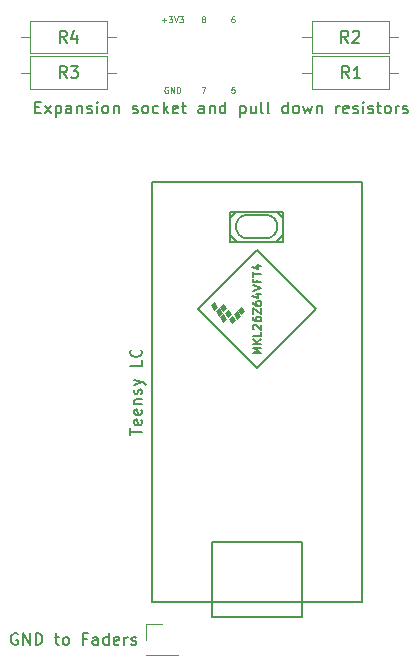
<source format=gto>
G04 #@! TF.GenerationSoftware,KiCad,Pcbnew,(5.1.5)-3*
G04 #@! TF.CreationDate,2021-02-08T23:57:45+00:00*
G04 #@! TF.ProjectId,faderbox,66616465-7262-46f7-982e-6b696361645f,rev?*
G04 #@! TF.SameCoordinates,Original*
G04 #@! TF.FileFunction,Legend,Top*
G04 #@! TF.FilePolarity,Positive*
%FSLAX46Y46*%
G04 Gerber Fmt 4.6, Leading zero omitted, Abs format (unit mm)*
G04 Created by KiCad (PCBNEW (5.1.5)-3) date 2021-02-08 23:57:45*
%MOMM*%
%LPD*%
G04 APERTURE LIST*
%ADD10C,0.125000*%
%ADD11C,0.150000*%
%ADD12C,0.120000*%
%ADD13C,0.100000*%
G04 APERTURE END LIST*
D10*
X75119047Y-33226190D02*
X74880952Y-33226190D01*
X74857142Y-33464285D01*
X74880952Y-33440476D01*
X74928571Y-33416666D01*
X75047619Y-33416666D01*
X75095238Y-33440476D01*
X75119047Y-33464285D01*
X75142857Y-33511904D01*
X75142857Y-33630952D01*
X75119047Y-33678571D01*
X75095238Y-33702380D01*
X75047619Y-33726190D01*
X74928571Y-33726190D01*
X74880952Y-33702380D01*
X74857142Y-33678571D01*
X72333333Y-33226190D02*
X72666666Y-33226190D01*
X72452380Y-33726190D01*
X69469047Y-33250000D02*
X69421428Y-33226190D01*
X69350000Y-33226190D01*
X69278571Y-33250000D01*
X69230952Y-33297619D01*
X69207142Y-33345238D01*
X69183333Y-33440476D01*
X69183333Y-33511904D01*
X69207142Y-33607142D01*
X69230952Y-33654761D01*
X69278571Y-33702380D01*
X69350000Y-33726190D01*
X69397619Y-33726190D01*
X69469047Y-33702380D01*
X69492857Y-33678571D01*
X69492857Y-33511904D01*
X69397619Y-33511904D01*
X69707142Y-33726190D02*
X69707142Y-33226190D01*
X69992857Y-33726190D01*
X69992857Y-33226190D01*
X70230952Y-33726190D02*
X70230952Y-33226190D01*
X70350000Y-33226190D01*
X70421428Y-33250000D01*
X70469047Y-33297619D01*
X70492857Y-33345238D01*
X70516666Y-33440476D01*
X70516666Y-33511904D01*
X70492857Y-33607142D01*
X70469047Y-33654761D01*
X70421428Y-33702380D01*
X70350000Y-33726190D01*
X70230952Y-33726190D01*
X75095238Y-27226190D02*
X75000000Y-27226190D01*
X74952380Y-27250000D01*
X74928571Y-27273809D01*
X74880952Y-27345238D01*
X74857142Y-27440476D01*
X74857142Y-27630952D01*
X74880952Y-27678571D01*
X74904761Y-27702380D01*
X74952380Y-27726190D01*
X75047619Y-27726190D01*
X75095238Y-27702380D01*
X75119047Y-27678571D01*
X75142857Y-27630952D01*
X75142857Y-27511904D01*
X75119047Y-27464285D01*
X75095238Y-27440476D01*
X75047619Y-27416666D01*
X74952380Y-27416666D01*
X74904761Y-27440476D01*
X74880952Y-27464285D01*
X74857142Y-27511904D01*
X72452380Y-27440476D02*
X72404761Y-27416666D01*
X72380952Y-27392857D01*
X72357142Y-27345238D01*
X72357142Y-27321428D01*
X72380952Y-27273809D01*
X72404761Y-27250000D01*
X72452380Y-27226190D01*
X72547619Y-27226190D01*
X72595238Y-27250000D01*
X72619047Y-27273809D01*
X72642857Y-27321428D01*
X72642857Y-27345238D01*
X72619047Y-27392857D01*
X72595238Y-27416666D01*
X72547619Y-27440476D01*
X72452380Y-27440476D01*
X72404761Y-27464285D01*
X72380952Y-27488095D01*
X72357142Y-27535714D01*
X72357142Y-27630952D01*
X72380952Y-27678571D01*
X72404761Y-27702380D01*
X72452380Y-27726190D01*
X72547619Y-27726190D01*
X72595238Y-27702380D01*
X72619047Y-27678571D01*
X72642857Y-27630952D01*
X72642857Y-27535714D01*
X72619047Y-27488095D01*
X72595238Y-27464285D01*
X72547619Y-27440476D01*
X68969047Y-27535714D02*
X69350000Y-27535714D01*
X69159523Y-27726190D02*
X69159523Y-27345238D01*
X69540476Y-27226190D02*
X69850000Y-27226190D01*
X69683333Y-27416666D01*
X69754761Y-27416666D01*
X69802380Y-27440476D01*
X69826190Y-27464285D01*
X69850000Y-27511904D01*
X69850000Y-27630952D01*
X69826190Y-27678571D01*
X69802380Y-27702380D01*
X69754761Y-27726190D01*
X69611904Y-27726190D01*
X69564285Y-27702380D01*
X69540476Y-27678571D01*
X69992857Y-27226190D02*
X70159523Y-27726190D01*
X70326190Y-27226190D01*
X70445238Y-27226190D02*
X70754761Y-27226190D01*
X70588095Y-27416666D01*
X70659523Y-27416666D01*
X70707142Y-27440476D01*
X70730952Y-27464285D01*
X70754761Y-27511904D01*
X70754761Y-27630952D01*
X70730952Y-27678571D01*
X70707142Y-27702380D01*
X70659523Y-27726190D01*
X70516666Y-27726190D01*
X70469047Y-27702380D01*
X70445238Y-27678571D01*
D11*
X58261904Y-34928571D02*
X58595238Y-34928571D01*
X58738095Y-35452380D02*
X58261904Y-35452380D01*
X58261904Y-34452380D01*
X58738095Y-34452380D01*
X59071428Y-35452380D02*
X59595238Y-34785714D01*
X59071428Y-34785714D02*
X59595238Y-35452380D01*
X59976190Y-34785714D02*
X59976190Y-35785714D01*
X59976190Y-34833333D02*
X60071428Y-34785714D01*
X60261904Y-34785714D01*
X60357142Y-34833333D01*
X60404761Y-34880952D01*
X60452380Y-34976190D01*
X60452380Y-35261904D01*
X60404761Y-35357142D01*
X60357142Y-35404761D01*
X60261904Y-35452380D01*
X60071428Y-35452380D01*
X59976190Y-35404761D01*
X61309523Y-35452380D02*
X61309523Y-34928571D01*
X61261904Y-34833333D01*
X61166666Y-34785714D01*
X60976190Y-34785714D01*
X60880952Y-34833333D01*
X61309523Y-35404761D02*
X61214285Y-35452380D01*
X60976190Y-35452380D01*
X60880952Y-35404761D01*
X60833333Y-35309523D01*
X60833333Y-35214285D01*
X60880952Y-35119047D01*
X60976190Y-35071428D01*
X61214285Y-35071428D01*
X61309523Y-35023809D01*
X61785714Y-34785714D02*
X61785714Y-35452380D01*
X61785714Y-34880952D02*
X61833333Y-34833333D01*
X61928571Y-34785714D01*
X62071428Y-34785714D01*
X62166666Y-34833333D01*
X62214285Y-34928571D01*
X62214285Y-35452380D01*
X62642857Y-35404761D02*
X62738095Y-35452380D01*
X62928571Y-35452380D01*
X63023809Y-35404761D01*
X63071428Y-35309523D01*
X63071428Y-35261904D01*
X63023809Y-35166666D01*
X62928571Y-35119047D01*
X62785714Y-35119047D01*
X62690476Y-35071428D01*
X62642857Y-34976190D01*
X62642857Y-34928571D01*
X62690476Y-34833333D01*
X62785714Y-34785714D01*
X62928571Y-34785714D01*
X63023809Y-34833333D01*
X63499999Y-35452380D02*
X63499999Y-34785714D01*
X63499999Y-34452380D02*
X63452380Y-34500000D01*
X63499999Y-34547619D01*
X63547619Y-34500000D01*
X63499999Y-34452380D01*
X63499999Y-34547619D01*
X64119047Y-35452380D02*
X64023809Y-35404761D01*
X63976190Y-35357142D01*
X63928571Y-35261904D01*
X63928571Y-34976190D01*
X63976190Y-34880952D01*
X64023809Y-34833333D01*
X64119047Y-34785714D01*
X64261904Y-34785714D01*
X64357142Y-34833333D01*
X64404761Y-34880952D01*
X64452380Y-34976190D01*
X64452380Y-35261904D01*
X64404761Y-35357142D01*
X64357142Y-35404761D01*
X64261904Y-35452380D01*
X64119047Y-35452380D01*
X64880952Y-34785714D02*
X64880952Y-35452380D01*
X64880952Y-34880952D02*
X64928571Y-34833333D01*
X65023809Y-34785714D01*
X65166666Y-34785714D01*
X65261904Y-34833333D01*
X65309523Y-34928571D01*
X65309523Y-35452380D01*
X66499999Y-35404761D02*
X66595238Y-35452380D01*
X66785714Y-35452380D01*
X66880952Y-35404761D01*
X66928571Y-35309523D01*
X66928571Y-35261904D01*
X66880952Y-35166666D01*
X66785714Y-35119047D01*
X66642857Y-35119047D01*
X66547619Y-35071428D01*
X66499999Y-34976190D01*
X66499999Y-34928571D01*
X66547619Y-34833333D01*
X66642857Y-34785714D01*
X66785714Y-34785714D01*
X66880952Y-34833333D01*
X67499999Y-35452380D02*
X67404761Y-35404761D01*
X67357142Y-35357142D01*
X67309523Y-35261904D01*
X67309523Y-34976190D01*
X67357142Y-34880952D01*
X67404761Y-34833333D01*
X67499999Y-34785714D01*
X67642857Y-34785714D01*
X67738095Y-34833333D01*
X67785714Y-34880952D01*
X67833333Y-34976190D01*
X67833333Y-35261904D01*
X67785714Y-35357142D01*
X67738095Y-35404761D01*
X67642857Y-35452380D01*
X67499999Y-35452380D01*
X68690476Y-35404761D02*
X68595238Y-35452380D01*
X68404761Y-35452380D01*
X68309523Y-35404761D01*
X68261904Y-35357142D01*
X68214285Y-35261904D01*
X68214285Y-34976190D01*
X68261904Y-34880952D01*
X68309523Y-34833333D01*
X68404761Y-34785714D01*
X68595238Y-34785714D01*
X68690476Y-34833333D01*
X69119047Y-35452380D02*
X69119047Y-34452380D01*
X69214285Y-35071428D02*
X69499999Y-35452380D01*
X69499999Y-34785714D02*
X69119047Y-35166666D01*
X70309523Y-35404761D02*
X70214285Y-35452380D01*
X70023809Y-35452380D01*
X69928571Y-35404761D01*
X69880952Y-35309523D01*
X69880952Y-34928571D01*
X69928571Y-34833333D01*
X70023809Y-34785714D01*
X70214285Y-34785714D01*
X70309523Y-34833333D01*
X70357142Y-34928571D01*
X70357142Y-35023809D01*
X69880952Y-35119047D01*
X70642857Y-34785714D02*
X71023809Y-34785714D01*
X70785714Y-34452380D02*
X70785714Y-35309523D01*
X70833333Y-35404761D01*
X70928571Y-35452380D01*
X71023809Y-35452380D01*
X72547619Y-35452380D02*
X72547619Y-34928571D01*
X72499999Y-34833333D01*
X72404761Y-34785714D01*
X72214285Y-34785714D01*
X72119047Y-34833333D01*
X72547619Y-35404761D02*
X72452380Y-35452380D01*
X72214285Y-35452380D01*
X72119047Y-35404761D01*
X72071428Y-35309523D01*
X72071428Y-35214285D01*
X72119047Y-35119047D01*
X72214285Y-35071428D01*
X72452380Y-35071428D01*
X72547619Y-35023809D01*
X73023809Y-34785714D02*
X73023809Y-35452380D01*
X73023809Y-34880952D02*
X73071428Y-34833333D01*
X73166666Y-34785714D01*
X73309523Y-34785714D01*
X73404761Y-34833333D01*
X73452380Y-34928571D01*
X73452380Y-35452380D01*
X74357142Y-35452380D02*
X74357142Y-34452380D01*
X74357142Y-35404761D02*
X74261904Y-35452380D01*
X74071428Y-35452380D01*
X73976190Y-35404761D01*
X73928571Y-35357142D01*
X73880952Y-35261904D01*
X73880952Y-34976190D01*
X73928571Y-34880952D01*
X73976190Y-34833333D01*
X74071428Y-34785714D01*
X74261904Y-34785714D01*
X74357142Y-34833333D01*
X75595238Y-34785714D02*
X75595238Y-35785714D01*
X75595238Y-34833333D02*
X75690476Y-34785714D01*
X75880952Y-34785714D01*
X75976190Y-34833333D01*
X76023809Y-34880952D01*
X76071428Y-34976190D01*
X76071428Y-35261904D01*
X76023809Y-35357142D01*
X75976190Y-35404761D01*
X75880952Y-35452380D01*
X75690476Y-35452380D01*
X75595238Y-35404761D01*
X76928571Y-34785714D02*
X76928571Y-35452380D01*
X76499999Y-34785714D02*
X76499999Y-35309523D01*
X76547619Y-35404761D01*
X76642857Y-35452380D01*
X76785714Y-35452380D01*
X76880952Y-35404761D01*
X76928571Y-35357142D01*
X77547619Y-35452380D02*
X77452380Y-35404761D01*
X77404761Y-35309523D01*
X77404761Y-34452380D01*
X78071428Y-35452380D02*
X77976190Y-35404761D01*
X77928571Y-35309523D01*
X77928571Y-34452380D01*
X79642857Y-35452380D02*
X79642857Y-34452380D01*
X79642857Y-35404761D02*
X79547619Y-35452380D01*
X79357142Y-35452380D01*
X79261904Y-35404761D01*
X79214285Y-35357142D01*
X79166666Y-35261904D01*
X79166666Y-34976190D01*
X79214285Y-34880952D01*
X79261904Y-34833333D01*
X79357142Y-34785714D01*
X79547619Y-34785714D01*
X79642857Y-34833333D01*
X80261904Y-35452380D02*
X80166666Y-35404761D01*
X80119047Y-35357142D01*
X80071428Y-35261904D01*
X80071428Y-34976190D01*
X80119047Y-34880952D01*
X80166666Y-34833333D01*
X80261904Y-34785714D01*
X80404761Y-34785714D01*
X80499999Y-34833333D01*
X80547619Y-34880952D01*
X80595238Y-34976190D01*
X80595238Y-35261904D01*
X80547619Y-35357142D01*
X80499999Y-35404761D01*
X80404761Y-35452380D01*
X80261904Y-35452380D01*
X80928571Y-34785714D02*
X81119047Y-35452380D01*
X81309523Y-34976190D01*
X81499999Y-35452380D01*
X81690476Y-34785714D01*
X82071428Y-34785714D02*
X82071428Y-35452380D01*
X82071428Y-34880952D02*
X82119047Y-34833333D01*
X82214285Y-34785714D01*
X82357142Y-34785714D01*
X82452380Y-34833333D01*
X82499999Y-34928571D01*
X82499999Y-35452380D01*
X83738095Y-35452380D02*
X83738095Y-34785714D01*
X83738095Y-34976190D02*
X83785714Y-34880952D01*
X83833333Y-34833333D01*
X83928571Y-34785714D01*
X84023809Y-34785714D01*
X84738095Y-35404761D02*
X84642857Y-35452380D01*
X84452380Y-35452380D01*
X84357142Y-35404761D01*
X84309523Y-35309523D01*
X84309523Y-34928571D01*
X84357142Y-34833333D01*
X84452380Y-34785714D01*
X84642857Y-34785714D01*
X84738095Y-34833333D01*
X84785714Y-34928571D01*
X84785714Y-35023809D01*
X84309523Y-35119047D01*
X85166666Y-35404761D02*
X85261904Y-35452380D01*
X85452380Y-35452380D01*
X85547619Y-35404761D01*
X85595238Y-35309523D01*
X85595238Y-35261904D01*
X85547619Y-35166666D01*
X85452380Y-35119047D01*
X85309523Y-35119047D01*
X85214285Y-35071428D01*
X85166666Y-34976190D01*
X85166666Y-34928571D01*
X85214285Y-34833333D01*
X85309523Y-34785714D01*
X85452380Y-34785714D01*
X85547619Y-34833333D01*
X86023809Y-35452380D02*
X86023809Y-34785714D01*
X86023809Y-34452380D02*
X85976190Y-34500000D01*
X86023809Y-34547619D01*
X86071428Y-34500000D01*
X86023809Y-34452380D01*
X86023809Y-34547619D01*
X86452380Y-35404761D02*
X86547619Y-35452380D01*
X86738095Y-35452380D01*
X86833333Y-35404761D01*
X86880952Y-35309523D01*
X86880952Y-35261904D01*
X86833333Y-35166666D01*
X86738095Y-35119047D01*
X86595238Y-35119047D01*
X86499999Y-35071428D01*
X86452380Y-34976190D01*
X86452380Y-34928571D01*
X86499999Y-34833333D01*
X86595238Y-34785714D01*
X86738095Y-34785714D01*
X86833333Y-34833333D01*
X87166666Y-34785714D02*
X87547619Y-34785714D01*
X87309523Y-34452380D02*
X87309523Y-35309523D01*
X87357142Y-35404761D01*
X87452380Y-35452380D01*
X87547619Y-35452380D01*
X88023809Y-35452380D02*
X87928571Y-35404761D01*
X87880952Y-35357142D01*
X87833333Y-35261904D01*
X87833333Y-34976190D01*
X87880952Y-34880952D01*
X87928571Y-34833333D01*
X88023809Y-34785714D01*
X88166666Y-34785714D01*
X88261904Y-34833333D01*
X88309523Y-34880952D01*
X88357142Y-34976190D01*
X88357142Y-35261904D01*
X88309523Y-35357142D01*
X88261904Y-35404761D01*
X88166666Y-35452380D01*
X88023809Y-35452380D01*
X88785714Y-35452380D02*
X88785714Y-34785714D01*
X88785714Y-34976190D02*
X88833333Y-34880952D01*
X88880952Y-34833333D01*
X88976190Y-34785714D01*
X89071428Y-34785714D01*
X89357142Y-35404761D02*
X89452380Y-35452380D01*
X89642857Y-35452380D01*
X89738095Y-35404761D01*
X89785714Y-35309523D01*
X89785714Y-35261904D01*
X89738095Y-35166666D01*
X89642857Y-35119047D01*
X89499999Y-35119047D01*
X89404761Y-35071428D01*
X89357142Y-34976190D01*
X89357142Y-34928571D01*
X89404761Y-34833333D01*
X89499999Y-34785714D01*
X89642857Y-34785714D01*
X89738095Y-34833333D01*
D12*
X57810000Y-27630000D02*
X57810000Y-30370000D01*
X57810000Y-30370000D02*
X64350000Y-30370000D01*
X64350000Y-30370000D02*
X64350000Y-27630000D01*
X64350000Y-27630000D02*
X57810000Y-27630000D01*
X57040000Y-29000000D02*
X57810000Y-29000000D01*
X65120000Y-29000000D02*
X64350000Y-29000000D01*
D11*
X77750000Y-44030000D02*
G75*
G02X77750000Y-46030000I0J-1000000D01*
G01*
X76250000Y-46030000D02*
G75*
G02X76250000Y-44030000I0J1000000D01*
G01*
D13*
G36*
X74421000Y-51954000D02*
G01*
X74167000Y-52208000D01*
X73913000Y-51827000D01*
X74167000Y-51573000D01*
X74421000Y-51954000D01*
G37*
X74421000Y-51954000D02*
X74167000Y-52208000D01*
X73913000Y-51827000D01*
X74167000Y-51573000D01*
X74421000Y-51954000D01*
G36*
X75183000Y-52970000D02*
G01*
X74929000Y-53224000D01*
X74675000Y-52843000D01*
X74929000Y-52589000D01*
X75183000Y-52970000D01*
G37*
X75183000Y-52970000D02*
X74929000Y-53224000D01*
X74675000Y-52843000D01*
X74929000Y-52589000D01*
X75183000Y-52970000D01*
G36*
X75945000Y-52208000D02*
G01*
X75691000Y-52462000D01*
X75437000Y-52081000D01*
X75691000Y-51827000D01*
X75945000Y-52208000D01*
G37*
X75945000Y-52208000D02*
X75691000Y-52462000D01*
X75437000Y-52081000D01*
X75691000Y-51827000D01*
X75945000Y-52208000D01*
G36*
X74040000Y-52335000D02*
G01*
X73786000Y-52589000D01*
X73532000Y-52208000D01*
X73786000Y-51954000D01*
X74040000Y-52335000D01*
G37*
X74040000Y-52335000D02*
X73786000Y-52589000D01*
X73532000Y-52208000D01*
X73786000Y-51954000D01*
X74040000Y-52335000D01*
G36*
X75564000Y-52589000D02*
G01*
X75310000Y-52843000D01*
X75056000Y-52462000D01*
X75310000Y-52208000D01*
X75564000Y-52589000D01*
G37*
X75564000Y-52589000D02*
X75310000Y-52843000D01*
X75056000Y-52462000D01*
X75310000Y-52208000D01*
X75564000Y-52589000D01*
G36*
X73659000Y-51827000D02*
G01*
X73405000Y-52081000D01*
X73151000Y-51700000D01*
X73405000Y-51446000D01*
X73659000Y-51827000D01*
G37*
X73659000Y-51827000D02*
X73405000Y-52081000D01*
X73151000Y-51700000D01*
X73405000Y-51446000D01*
X73659000Y-51827000D01*
G36*
X74802000Y-52462000D02*
G01*
X74548000Y-52716000D01*
X74294000Y-52335000D01*
X74548000Y-52081000D01*
X74802000Y-52462000D01*
G37*
X74802000Y-52462000D02*
X74548000Y-52716000D01*
X74294000Y-52335000D01*
X74548000Y-52081000D01*
X74802000Y-52462000D01*
G36*
X74421000Y-52843000D02*
G01*
X74167000Y-53097000D01*
X73913000Y-52716000D01*
X74167000Y-52462000D01*
X74421000Y-52843000D01*
G37*
X74421000Y-52843000D02*
X74167000Y-53097000D01*
X73913000Y-52716000D01*
X74167000Y-52462000D01*
X74421000Y-52843000D01*
D11*
X85890000Y-76810000D02*
X68110000Y-76810000D01*
X85890000Y-41250000D02*
X85890000Y-76810000D01*
X68110000Y-41250000D02*
X85890000Y-41250000D01*
X68110000Y-76810000D02*
X68110000Y-41250000D01*
X74750000Y-46330000D02*
X74750000Y-43790000D01*
X79250000Y-46330000D02*
X74750000Y-46330000D01*
X79250000Y-43790000D02*
X79250000Y-46330000D01*
X74750000Y-43780000D02*
X79250000Y-43790000D01*
X80810000Y-71730000D02*
X80810000Y-76810000D01*
X73190000Y-71730000D02*
X73190000Y-76810000D01*
X80810000Y-71730000D02*
X73190000Y-71730000D01*
X73190000Y-78080000D02*
X73190000Y-76810000D01*
X80810000Y-78080000D02*
X73190000Y-78080000D01*
X80810000Y-76810000D02*
X80810000Y-78080000D01*
X77000000Y-47030000D02*
X72000000Y-52030000D01*
X72000000Y-52030000D02*
X77000000Y-57030000D01*
X77000000Y-57030000D02*
X82000000Y-52030000D01*
X82000000Y-52030000D02*
X77000000Y-47030000D01*
X76250000Y-46030000D02*
X77750000Y-46030000D01*
X77750000Y-44030000D02*
X76250000Y-44030000D01*
X75250000Y-43780000D02*
X74750000Y-44280000D01*
X74750000Y-44280000D02*
X74750000Y-45780000D01*
X75250000Y-46280000D02*
X74750000Y-45780000D01*
X78750000Y-43780000D02*
X79250000Y-44280000D01*
X79250000Y-46330000D02*
X79250000Y-45780000D01*
X79250000Y-45780000D02*
X78750000Y-46280000D01*
D12*
X67670000Y-78670000D02*
X69000000Y-78670000D01*
X67670000Y-80000000D02*
X67670000Y-78670000D01*
X67670000Y-81270000D02*
X70330000Y-81270000D01*
X70330000Y-81270000D02*
X70330000Y-81330000D01*
X67670000Y-81270000D02*
X67670000Y-81330000D01*
X67670000Y-81330000D02*
X70330000Y-81330000D01*
X80880000Y-32000000D02*
X81650000Y-32000000D01*
X88960000Y-32000000D02*
X88190000Y-32000000D01*
X81650000Y-33370000D02*
X88190000Y-33370000D01*
X81650000Y-30630000D02*
X81650000Y-33370000D01*
X88190000Y-30630000D02*
X81650000Y-30630000D01*
X88190000Y-33370000D02*
X88190000Y-30630000D01*
X88190000Y-30370000D02*
X88190000Y-27630000D01*
X88190000Y-27630000D02*
X81650000Y-27630000D01*
X81650000Y-27630000D02*
X81650000Y-30370000D01*
X81650000Y-30370000D02*
X88190000Y-30370000D01*
X88960000Y-29000000D02*
X88190000Y-29000000D01*
X80880000Y-29000000D02*
X81650000Y-29000000D01*
X65120000Y-32000000D02*
X64350000Y-32000000D01*
X57040000Y-32000000D02*
X57810000Y-32000000D01*
X64350000Y-30630000D02*
X57810000Y-30630000D01*
X64350000Y-33370000D02*
X64350000Y-30630000D01*
X57810000Y-33370000D02*
X64350000Y-33370000D01*
X57810000Y-30630000D02*
X57810000Y-33370000D01*
D11*
X60913333Y-29452380D02*
X60580000Y-28976190D01*
X60341904Y-29452380D02*
X60341904Y-28452380D01*
X60722857Y-28452380D01*
X60818095Y-28500000D01*
X60865714Y-28547619D01*
X60913333Y-28642857D01*
X60913333Y-28785714D01*
X60865714Y-28880952D01*
X60818095Y-28928571D01*
X60722857Y-28976190D01*
X60341904Y-28976190D01*
X61770476Y-28785714D02*
X61770476Y-29452380D01*
X61532380Y-28404761D02*
X61294285Y-29119047D01*
X61913333Y-29119047D01*
X66292380Y-62696666D02*
X66292380Y-62125238D01*
X67292380Y-62410952D02*
X66292380Y-62410952D01*
X67244761Y-61410952D02*
X67292380Y-61506190D01*
X67292380Y-61696666D01*
X67244761Y-61791904D01*
X67149523Y-61839523D01*
X66768571Y-61839523D01*
X66673333Y-61791904D01*
X66625714Y-61696666D01*
X66625714Y-61506190D01*
X66673333Y-61410952D01*
X66768571Y-61363333D01*
X66863809Y-61363333D01*
X66959047Y-61839523D01*
X67244761Y-60553809D02*
X67292380Y-60649047D01*
X67292380Y-60839523D01*
X67244761Y-60934761D01*
X67149523Y-60982380D01*
X66768571Y-60982380D01*
X66673333Y-60934761D01*
X66625714Y-60839523D01*
X66625714Y-60649047D01*
X66673333Y-60553809D01*
X66768571Y-60506190D01*
X66863809Y-60506190D01*
X66959047Y-60982380D01*
X66625714Y-60077619D02*
X67292380Y-60077619D01*
X66720952Y-60077619D02*
X66673333Y-60030000D01*
X66625714Y-59934761D01*
X66625714Y-59791904D01*
X66673333Y-59696666D01*
X66768571Y-59649047D01*
X67292380Y-59649047D01*
X67244761Y-59220476D02*
X67292380Y-59125238D01*
X67292380Y-58934761D01*
X67244761Y-58839523D01*
X67149523Y-58791904D01*
X67101904Y-58791904D01*
X67006666Y-58839523D01*
X66959047Y-58934761D01*
X66959047Y-59077619D01*
X66911428Y-59172857D01*
X66816190Y-59220476D01*
X66768571Y-59220476D01*
X66673333Y-59172857D01*
X66625714Y-59077619D01*
X66625714Y-58934761D01*
X66673333Y-58839523D01*
X66625714Y-58458571D02*
X67292380Y-58220476D01*
X66625714Y-57982380D02*
X67292380Y-58220476D01*
X67530476Y-58315714D01*
X67578095Y-58363333D01*
X67625714Y-58458571D01*
X67292380Y-56363333D02*
X67292380Y-56839523D01*
X66292380Y-56839523D01*
X67197142Y-55458571D02*
X67244761Y-55506190D01*
X67292380Y-55649047D01*
X67292380Y-55744285D01*
X67244761Y-55887142D01*
X67149523Y-55982380D01*
X67054285Y-56030000D01*
X66863809Y-56077619D01*
X66720952Y-56077619D01*
X66530476Y-56030000D01*
X66435238Y-55982380D01*
X66340000Y-55887142D01*
X66292380Y-55744285D01*
X66292380Y-55649047D01*
X66340000Y-55506190D01*
X66387619Y-55458571D01*
X77376666Y-55763333D02*
X76676666Y-55763333D01*
X77176666Y-55530000D01*
X76676666Y-55296666D01*
X77376666Y-55296666D01*
X77376666Y-54963333D02*
X76676666Y-54963333D01*
X77376666Y-54563333D02*
X76976666Y-54863333D01*
X76676666Y-54563333D02*
X77076666Y-54963333D01*
X77376666Y-53930000D02*
X77376666Y-54263333D01*
X76676666Y-54263333D01*
X76743333Y-53730000D02*
X76710000Y-53696666D01*
X76676666Y-53630000D01*
X76676666Y-53463333D01*
X76710000Y-53396666D01*
X76743333Y-53363333D01*
X76810000Y-53330000D01*
X76876666Y-53330000D01*
X76976666Y-53363333D01*
X77376666Y-53763333D01*
X77376666Y-53330000D01*
X76676666Y-52730000D02*
X76676666Y-52863333D01*
X76710000Y-52930000D01*
X76743333Y-52963333D01*
X76843333Y-53030000D01*
X76976666Y-53063333D01*
X77243333Y-53063333D01*
X77310000Y-53030000D01*
X77343333Y-52996666D01*
X77376666Y-52930000D01*
X77376666Y-52796666D01*
X77343333Y-52730000D01*
X77310000Y-52696666D01*
X77243333Y-52663333D01*
X77076666Y-52663333D01*
X77010000Y-52696666D01*
X76976666Y-52730000D01*
X76943333Y-52796666D01*
X76943333Y-52930000D01*
X76976666Y-52996666D01*
X77010000Y-53030000D01*
X77076666Y-53063333D01*
X76676666Y-52430000D02*
X76676666Y-51963333D01*
X77376666Y-52430000D01*
X77376666Y-51963333D01*
X76676666Y-51396666D02*
X76676666Y-51530000D01*
X76710000Y-51596666D01*
X76743333Y-51630000D01*
X76843333Y-51696666D01*
X76976666Y-51730000D01*
X77243333Y-51730000D01*
X77310000Y-51696666D01*
X77343333Y-51663333D01*
X77376666Y-51596666D01*
X77376666Y-51463333D01*
X77343333Y-51396666D01*
X77310000Y-51363333D01*
X77243333Y-51330000D01*
X77076666Y-51330000D01*
X77010000Y-51363333D01*
X76976666Y-51396666D01*
X76943333Y-51463333D01*
X76943333Y-51596666D01*
X76976666Y-51663333D01*
X77010000Y-51696666D01*
X77076666Y-51730000D01*
X76910000Y-50730000D02*
X77376666Y-50730000D01*
X76643333Y-50896666D02*
X77143333Y-51063333D01*
X77143333Y-50630000D01*
X76676666Y-50463333D02*
X77376666Y-50230000D01*
X76676666Y-49996666D01*
X77010000Y-49530000D02*
X77010000Y-49763333D01*
X77376666Y-49763333D02*
X76676666Y-49763333D01*
X76676666Y-49430000D01*
X76676666Y-49263333D02*
X76676666Y-48863333D01*
X77376666Y-49063333D02*
X76676666Y-49063333D01*
X76910000Y-48330000D02*
X77376666Y-48330000D01*
X76643333Y-48496666D02*
X77143333Y-48663333D01*
X77143333Y-48230000D01*
X56761904Y-79500000D02*
X56666666Y-79452380D01*
X56523809Y-79452380D01*
X56380952Y-79500000D01*
X56285714Y-79595238D01*
X56238095Y-79690476D01*
X56190476Y-79880952D01*
X56190476Y-80023809D01*
X56238095Y-80214285D01*
X56285714Y-80309523D01*
X56380952Y-80404761D01*
X56523809Y-80452380D01*
X56619047Y-80452380D01*
X56761904Y-80404761D01*
X56809523Y-80357142D01*
X56809523Y-80023809D01*
X56619047Y-80023809D01*
X57238095Y-80452380D02*
X57238095Y-79452380D01*
X57809523Y-80452380D01*
X57809523Y-79452380D01*
X58285714Y-80452380D02*
X58285714Y-79452380D01*
X58523809Y-79452380D01*
X58666666Y-79500000D01*
X58761904Y-79595238D01*
X58809523Y-79690476D01*
X58857142Y-79880952D01*
X58857142Y-80023809D01*
X58809523Y-80214285D01*
X58761904Y-80309523D01*
X58666666Y-80404761D01*
X58523809Y-80452380D01*
X58285714Y-80452380D01*
X59904761Y-79785714D02*
X60285714Y-79785714D01*
X60047619Y-79452380D02*
X60047619Y-80309523D01*
X60095238Y-80404761D01*
X60190476Y-80452380D01*
X60285714Y-80452380D01*
X60761904Y-80452380D02*
X60666666Y-80404761D01*
X60619047Y-80357142D01*
X60571428Y-80261904D01*
X60571428Y-79976190D01*
X60619047Y-79880952D01*
X60666666Y-79833333D01*
X60761904Y-79785714D01*
X60904761Y-79785714D01*
X61000000Y-79833333D01*
X61047619Y-79880952D01*
X61095238Y-79976190D01*
X61095238Y-80261904D01*
X61047619Y-80357142D01*
X61000000Y-80404761D01*
X60904761Y-80452380D01*
X60761904Y-80452380D01*
X62619047Y-79928571D02*
X62285714Y-79928571D01*
X62285714Y-80452380D02*
X62285714Y-79452380D01*
X62761904Y-79452380D01*
X63571428Y-80452380D02*
X63571428Y-79928571D01*
X63523809Y-79833333D01*
X63428571Y-79785714D01*
X63238095Y-79785714D01*
X63142857Y-79833333D01*
X63571428Y-80404761D02*
X63476190Y-80452380D01*
X63238095Y-80452380D01*
X63142857Y-80404761D01*
X63095238Y-80309523D01*
X63095238Y-80214285D01*
X63142857Y-80119047D01*
X63238095Y-80071428D01*
X63476190Y-80071428D01*
X63571428Y-80023809D01*
X64476190Y-80452380D02*
X64476190Y-79452380D01*
X64476190Y-80404761D02*
X64380952Y-80452380D01*
X64190476Y-80452380D01*
X64095238Y-80404761D01*
X64047619Y-80357142D01*
X64000000Y-80261904D01*
X64000000Y-79976190D01*
X64047619Y-79880952D01*
X64095238Y-79833333D01*
X64190476Y-79785714D01*
X64380952Y-79785714D01*
X64476190Y-79833333D01*
X65333333Y-80404761D02*
X65238095Y-80452380D01*
X65047619Y-80452380D01*
X64952380Y-80404761D01*
X64904761Y-80309523D01*
X64904761Y-79928571D01*
X64952380Y-79833333D01*
X65047619Y-79785714D01*
X65238095Y-79785714D01*
X65333333Y-79833333D01*
X65380952Y-79928571D01*
X65380952Y-80023809D01*
X64904761Y-80119047D01*
X65809523Y-80452380D02*
X65809523Y-79785714D01*
X65809523Y-79976190D02*
X65857142Y-79880952D01*
X65904761Y-79833333D01*
X66000000Y-79785714D01*
X66095238Y-79785714D01*
X66380952Y-80404761D02*
X66476190Y-80452380D01*
X66666666Y-80452380D01*
X66761904Y-80404761D01*
X66809523Y-80309523D01*
X66809523Y-80261904D01*
X66761904Y-80166666D01*
X66666666Y-80119047D01*
X66523809Y-80119047D01*
X66428571Y-80071428D01*
X66380952Y-79976190D01*
X66380952Y-79928571D01*
X66428571Y-79833333D01*
X66523809Y-79785714D01*
X66666666Y-79785714D01*
X66761904Y-79833333D01*
X84833333Y-32452380D02*
X84500000Y-31976190D01*
X84261904Y-32452380D02*
X84261904Y-31452380D01*
X84642857Y-31452380D01*
X84738095Y-31500000D01*
X84785714Y-31547619D01*
X84833333Y-31642857D01*
X84833333Y-31785714D01*
X84785714Y-31880952D01*
X84738095Y-31928571D01*
X84642857Y-31976190D01*
X84261904Y-31976190D01*
X85785714Y-32452380D02*
X85214285Y-32452380D01*
X85500000Y-32452380D02*
X85500000Y-31452380D01*
X85404761Y-31595238D01*
X85309523Y-31690476D01*
X85214285Y-31738095D01*
X84753333Y-29452380D02*
X84420000Y-28976190D01*
X84181904Y-29452380D02*
X84181904Y-28452380D01*
X84562857Y-28452380D01*
X84658095Y-28500000D01*
X84705714Y-28547619D01*
X84753333Y-28642857D01*
X84753333Y-28785714D01*
X84705714Y-28880952D01*
X84658095Y-28928571D01*
X84562857Y-28976190D01*
X84181904Y-28976190D01*
X85134285Y-28547619D02*
X85181904Y-28500000D01*
X85277142Y-28452380D01*
X85515238Y-28452380D01*
X85610476Y-28500000D01*
X85658095Y-28547619D01*
X85705714Y-28642857D01*
X85705714Y-28738095D01*
X85658095Y-28880952D01*
X85086666Y-29452380D01*
X85705714Y-29452380D01*
X60913333Y-32452380D02*
X60580000Y-31976190D01*
X60341904Y-32452380D02*
X60341904Y-31452380D01*
X60722857Y-31452380D01*
X60818095Y-31500000D01*
X60865714Y-31547619D01*
X60913333Y-31642857D01*
X60913333Y-31785714D01*
X60865714Y-31880952D01*
X60818095Y-31928571D01*
X60722857Y-31976190D01*
X60341904Y-31976190D01*
X61246666Y-31452380D02*
X61865714Y-31452380D01*
X61532380Y-31833333D01*
X61675238Y-31833333D01*
X61770476Y-31880952D01*
X61818095Y-31928571D01*
X61865714Y-32023809D01*
X61865714Y-32261904D01*
X61818095Y-32357142D01*
X61770476Y-32404761D01*
X61675238Y-32452380D01*
X61389523Y-32452380D01*
X61294285Y-32404761D01*
X61246666Y-32357142D01*
M02*

</source>
